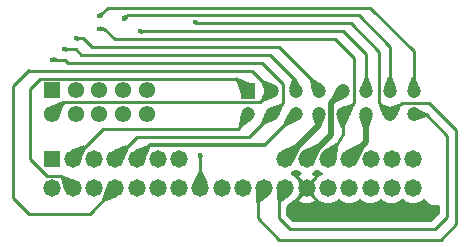
<source format=gbl>
G04 #@! TF.GenerationSoftware,KiCad,Pcbnew,9.0.0*
G04 #@! TF.CreationDate,2025-08-24T13:43:37+02:00*
G04 #@! TF.ProjectId,Rivian-A,52697669-616e-42d4-912e-6b696361645f,rev?*
G04 #@! TF.SameCoordinates,Original*
G04 #@! TF.FileFunction,Copper,L2,Bot*
G04 #@! TF.FilePolarity,Positive*
%FSLAX46Y46*%
G04 Gerber Fmt 4.6, Leading zero omitted, Abs format (unit mm)*
G04 Created by KiCad (PCBNEW 9.0.0) date 2025-08-24 13:43:37*
%MOMM*%
%LPD*%
G01*
G04 APERTURE LIST*
G04 #@! TA.AperFunction,ComponentPad*
%ADD10C,1.200000*%
G04 #@! TD*
G04 #@! TA.AperFunction,ComponentPad*
%ADD11R,1.200000X1.350000*%
G04 #@! TD*
G04 #@! TA.AperFunction,ComponentPad*
%ADD12R,1.478000X1.478000*%
G04 #@! TD*
G04 #@! TA.AperFunction,ComponentPad*
%ADD13C,1.478000*%
G04 #@! TD*
G04 #@! TA.AperFunction,ComponentPad*
%ADD14C,1.381000*%
G04 #@! TD*
G04 #@! TA.AperFunction,ComponentPad*
%ADD15R,1.381000X1.381000*%
G04 #@! TD*
G04 #@! TA.AperFunction,ViaPad*
%ADD16C,0.600000*%
G04 #@! TD*
G04 #@! TA.AperFunction,ViaPad*
%ADD17C,0.450000*%
G04 #@! TD*
G04 #@! TA.AperFunction,Conductor*
%ADD18C,0.500000*%
G04 #@! TD*
G04 #@! TA.AperFunction,Conductor*
%ADD19C,0.250000*%
G04 #@! TD*
G04 #@! TA.AperFunction,Conductor*
%ADD20C,0.300000*%
G04 #@! TD*
G04 APERTURE END LIST*
D10*
X152550000Y-80000000D03*
X152550000Y-78000000D03*
X150550000Y-80000000D03*
X150550000Y-78000000D03*
X148550000Y-80000000D03*
X148550000Y-78000000D03*
X146550000Y-80000000D03*
X146550000Y-78000000D03*
X144550000Y-80000000D03*
X144550000Y-78000000D03*
X142550000Y-80000000D03*
X142550000Y-78000000D03*
X140550000Y-80000000D03*
X140550000Y-78000000D03*
X138550000Y-80000000D03*
D11*
X138550000Y-78000000D03*
D12*
X121900000Y-83750000D03*
D13*
X123700000Y-83750000D03*
X125500000Y-83750000D03*
X127300000Y-83750000D03*
X129100000Y-83750000D03*
X130900000Y-83750000D03*
X132700000Y-83750000D03*
X141700000Y-83750000D03*
X143500000Y-83750000D03*
X145300000Y-83750000D03*
X147100000Y-83750000D03*
X148900000Y-83750000D03*
X150700000Y-83750000D03*
X152500000Y-83750000D03*
X152500000Y-86250000D03*
X150700000Y-86250000D03*
X148900000Y-86250000D03*
X147100000Y-86250000D03*
X145300000Y-86250000D03*
X143500000Y-86250000D03*
X141700000Y-86250000D03*
X139900000Y-86250000D03*
X138100000Y-86250000D03*
X136300000Y-86250000D03*
X134500000Y-86250000D03*
X132700000Y-86250000D03*
X130900000Y-86250000D03*
X129100000Y-86250000D03*
X127300000Y-86250000D03*
X125500000Y-86250000D03*
X123700000Y-86250000D03*
X121900000Y-86250000D03*
D14*
X129950000Y-79950000D03*
X129950000Y-77950000D03*
X127950000Y-79950000D03*
X127950000Y-77950000D03*
X125950000Y-79950000D03*
X125950000Y-77950000D03*
X123950000Y-79950000D03*
X123950000Y-77950000D03*
X121950000Y-79950000D03*
D15*
X121950000Y-77950000D03*
D16*
X145400000Y-88450000D03*
X142600000Y-88450000D03*
D17*
X122950000Y-74500000D03*
X129350000Y-72961167D03*
X134500000Y-83400000D03*
X125950000Y-72750000D03*
X123950000Y-73550000D03*
X134000000Y-72200000D03*
X128000000Y-71900000D03*
X125950000Y-71700000D03*
X121950000Y-75350000D03*
D18*
X145550000Y-79000000D02*
X146550000Y-78000000D01*
X143500000Y-83750000D02*
X145550000Y-81700000D01*
X145550000Y-81700000D02*
X145550000Y-79000000D01*
D19*
X153600000Y-80000000D02*
X152550000Y-80000000D01*
X155400000Y-81800000D02*
X153600000Y-80000000D01*
X155400000Y-88650000D02*
X155400000Y-81800000D01*
X154350000Y-89700000D02*
X155400000Y-88650000D01*
X141150000Y-88800000D02*
X142050000Y-89700000D01*
X141150000Y-86800000D02*
X141150000Y-88800000D01*
X141700000Y-86250000D02*
X141150000Y-86800000D01*
X151526000Y-79024000D02*
X150550000Y-80000000D01*
X153824000Y-79024000D02*
X151526000Y-79024000D01*
X142050000Y-89700000D02*
X154350000Y-89700000D01*
X154850000Y-90600000D02*
X156149000Y-89301000D01*
X156149000Y-81349000D02*
X153824000Y-79024000D01*
X141150000Y-90600000D02*
X154850000Y-90600000D01*
X139350000Y-88800000D02*
X141150000Y-90600000D01*
X139350000Y-86800000D02*
X139350000Y-88800000D01*
X156149000Y-89301000D02*
X156149000Y-81349000D01*
X139900000Y-86250000D02*
X139350000Y-86800000D01*
X125150000Y-88400000D02*
X127300000Y-86250000D01*
X119950000Y-88400000D02*
X125150000Y-88400000D01*
X118600000Y-77600000D02*
X118600000Y-87050000D01*
X118600000Y-87050000D02*
X119950000Y-88400000D01*
X120000000Y-76200000D02*
X118600000Y-77600000D01*
X149599000Y-74674000D02*
X149599000Y-79049000D01*
X147215778Y-72290778D02*
X149599000Y-74674000D01*
X149599000Y-79049000D02*
X150550000Y-80000000D01*
X134000000Y-72290778D02*
X147215778Y-72290778D01*
X123292722Y-75642722D02*
X123000000Y-75350000D01*
X123350000Y-75642722D02*
X123292722Y-75642722D01*
X123000000Y-75350000D02*
X121950000Y-75350000D01*
X123950000Y-74500000D02*
X122950000Y-74500000D01*
X124422333Y-74972333D02*
X123950000Y-74500000D01*
X124600000Y-74972333D02*
X124422333Y-74972333D01*
X124550000Y-73550000D02*
X123950000Y-73550000D01*
X125301944Y-74301944D02*
X124550000Y-73550000D01*
X125500000Y-74301944D02*
X125301944Y-74301944D01*
X126368444Y-72750000D02*
X125950000Y-72750000D01*
X127250000Y-73631556D02*
X126368444Y-72750000D01*
X150550000Y-78000000D02*
X150550000Y-74249998D01*
X150550000Y-74249998D02*
X147920391Y-71620389D01*
X145900000Y-73631556D02*
X127250000Y-73631556D01*
X147501000Y-75232556D02*
X145900000Y-73631556D01*
X146550000Y-80000000D02*
X147501000Y-79049000D01*
X147501000Y-79049000D02*
X147501000Y-75232556D01*
X147920391Y-71620389D02*
X128250000Y-71620389D01*
X126700000Y-70950000D02*
X125950000Y-71700000D01*
X152550000Y-74650000D02*
X148850000Y-70950000D01*
X148850000Y-70950000D02*
X126700000Y-70950000D01*
X152550000Y-78000000D02*
X152550000Y-74650000D01*
X141151944Y-74301944D02*
X125500000Y-74301944D01*
X144550000Y-78000000D02*
X144550000Y-77700000D01*
X144550000Y-77700000D02*
X141151944Y-74301944D01*
X140372333Y-74972333D02*
X124600000Y-74972333D01*
X142550000Y-77150000D02*
X140372333Y-74972333D01*
X142550000Y-78000000D02*
X142550000Y-77150000D01*
X139742722Y-75642722D02*
X123350000Y-75642722D01*
X141501000Y-77401000D02*
X139742722Y-75642722D01*
X141501000Y-79049000D02*
X141501000Y-77401000D01*
X140550000Y-80000000D02*
X141501000Y-79049000D01*
X138863111Y-76313111D02*
X138750000Y-76313111D01*
X140550000Y-78000000D02*
X138863111Y-76313111D01*
X137533500Y-76983500D02*
X120916500Y-76983500D01*
X134500000Y-83400000D02*
X134500000Y-86250000D01*
X145300000Y-83750000D02*
X146550000Y-81650000D01*
X146550000Y-81650000D02*
X146550000Y-80000000D01*
D18*
X147100000Y-83750000D02*
X148550000Y-82300000D01*
X148550000Y-82300000D02*
X148550000Y-80000000D01*
D20*
X130250000Y-82600000D02*
X139950000Y-82600000D01*
X129100000Y-83750000D02*
X130250000Y-82600000D01*
X139950000Y-82600000D02*
X142550000Y-80000000D01*
D19*
X120916500Y-76983500D02*
X120050000Y-77850000D01*
X120050000Y-83805427D02*
X121479573Y-85235000D01*
X122685000Y-85235000D02*
X123700000Y-86250000D01*
X121479573Y-85235000D02*
X122685000Y-85235000D01*
X138550000Y-78000000D02*
X137533500Y-76983500D01*
X120050000Y-77850000D02*
X120050000Y-83805427D01*
X128250000Y-71650000D02*
X128000000Y-71900000D01*
X121950000Y-79950000D02*
X122916500Y-78983500D01*
X139566500Y-78983500D02*
X140550000Y-78000000D01*
X138750000Y-76313111D02*
X120000000Y-76313111D01*
X122916500Y-78983500D02*
X139566500Y-78983500D01*
X125950000Y-71700000D02*
X126000000Y-71650000D01*
D18*
X144550000Y-80900000D02*
X144550000Y-80000000D01*
X144750000Y-80200000D02*
X144550000Y-80000000D01*
X141700000Y-83750000D02*
X144550000Y-80900000D01*
D19*
X123700000Y-83750000D02*
X126250000Y-81200000D01*
X126250000Y-81200000D02*
X137650000Y-81200000D01*
X137650000Y-81200000D02*
X138550000Y-80300000D01*
X138550000Y-80300000D02*
X138550000Y-80000000D01*
X138650000Y-81900000D02*
X140550000Y-80000000D01*
X129150000Y-81900000D02*
X138650000Y-81900000D01*
X127300000Y-83750000D02*
X129150000Y-81900000D01*
X148550000Y-74899998D02*
X148550000Y-78000000D01*
X146611169Y-72961167D02*
X148550000Y-74899998D01*
X129350000Y-72961167D02*
X146611169Y-72961167D01*
G04 #@! TA.AperFunction,Conductor*
G36*
X143057370Y-86433343D02*
G01*
X143119905Y-86541657D01*
X143208343Y-86630095D01*
X143316657Y-86692630D01*
X143391002Y-86712550D01*
X142817749Y-87285802D01*
X142817749Y-87285803D01*
X142850626Y-87309689D01*
X143024388Y-87398226D01*
X143024391Y-87398227D01*
X143209865Y-87458490D01*
X143402490Y-87489000D01*
X143597510Y-87489000D01*
X143790134Y-87458490D01*
X143975608Y-87398227D01*
X143975611Y-87398226D01*
X144149369Y-87309691D01*
X144149382Y-87309683D01*
X144182249Y-87285804D01*
X144182250Y-87285803D01*
X143608997Y-86712550D01*
X143683343Y-86692630D01*
X143791657Y-86630095D01*
X143880095Y-86541657D01*
X143942630Y-86433343D01*
X143962550Y-86358996D01*
X144052596Y-86449042D01*
X144086081Y-86510365D01*
X144087388Y-86517322D01*
X144091019Y-86540248D01*
X144111589Y-86603554D01*
X144151310Y-86725803D01*
X144239884Y-86899640D01*
X144354562Y-87057480D01*
X144492520Y-87195438D01*
X144650360Y-87310116D01*
X144688168Y-87329380D01*
X144824192Y-87398688D01*
X144824194Y-87398688D01*
X144824197Y-87398690D01*
X144894036Y-87421382D01*
X145009749Y-87458980D01*
X145202444Y-87489500D01*
X145202449Y-87489500D01*
X145397556Y-87489500D01*
X145590250Y-87458980D01*
X145621787Y-87448733D01*
X145775803Y-87398690D01*
X145949640Y-87310116D01*
X146107480Y-87195438D01*
X146112319Y-87190599D01*
X146173642Y-87157114D01*
X146243334Y-87162098D01*
X146287681Y-87190599D01*
X146292520Y-87195438D01*
X146450360Y-87310116D01*
X146488168Y-87329380D01*
X146624192Y-87398688D01*
X146624194Y-87398688D01*
X146624197Y-87398690D01*
X146694036Y-87421382D01*
X146809749Y-87458980D01*
X147002444Y-87489500D01*
X147002449Y-87489500D01*
X147197556Y-87489500D01*
X147390250Y-87458980D01*
X147421787Y-87448733D01*
X147575803Y-87398690D01*
X147749640Y-87310116D01*
X147907480Y-87195438D01*
X147912319Y-87190599D01*
X147973642Y-87157114D01*
X148043334Y-87162098D01*
X148087681Y-87190599D01*
X148092520Y-87195438D01*
X148250360Y-87310116D01*
X148288168Y-87329380D01*
X148424192Y-87398688D01*
X148424194Y-87398688D01*
X148424197Y-87398690D01*
X148494036Y-87421382D01*
X148609749Y-87458980D01*
X148802444Y-87489500D01*
X148802449Y-87489500D01*
X148997556Y-87489500D01*
X149190250Y-87458980D01*
X149221787Y-87448733D01*
X149375803Y-87398690D01*
X149549640Y-87310116D01*
X149707480Y-87195438D01*
X149712319Y-87190599D01*
X149773642Y-87157114D01*
X149843334Y-87162098D01*
X149887681Y-87190599D01*
X149892520Y-87195438D01*
X150050360Y-87310116D01*
X150088168Y-87329380D01*
X150224192Y-87398688D01*
X150224194Y-87398688D01*
X150224197Y-87398690D01*
X150294036Y-87421382D01*
X150409749Y-87458980D01*
X150602444Y-87489500D01*
X150602449Y-87489500D01*
X150797556Y-87489500D01*
X150990250Y-87458980D01*
X151021787Y-87448733D01*
X151175803Y-87398690D01*
X151349640Y-87310116D01*
X151507480Y-87195438D01*
X151512319Y-87190599D01*
X151573642Y-87157114D01*
X151643334Y-87162098D01*
X151687681Y-87190599D01*
X151692520Y-87195438D01*
X151850360Y-87310116D01*
X151888168Y-87329380D01*
X152024192Y-87398688D01*
X152024194Y-87398688D01*
X152024197Y-87398690D01*
X152094036Y-87421382D01*
X152209749Y-87458980D01*
X152402444Y-87489500D01*
X152402449Y-87489500D01*
X152597556Y-87489500D01*
X152790250Y-87458980D01*
X152821787Y-87448733D01*
X152975803Y-87398690D01*
X153149640Y-87310116D01*
X153307480Y-87195438D01*
X153338433Y-87164484D01*
X153399752Y-87131001D01*
X153469444Y-87135985D01*
X153525378Y-87177855D01*
X153540672Y-87204712D01*
X153545596Y-87216599D01*
X153545597Y-87216602D01*
X153641843Y-87360644D01*
X153641849Y-87360652D01*
X153764347Y-87483150D01*
X153764355Y-87483156D01*
X153908398Y-87579402D01*
X153908399Y-87579402D01*
X153908400Y-87579403D01*
X154068459Y-87645702D01*
X154238372Y-87679499D01*
X154238376Y-87679500D01*
X154238377Y-87679500D01*
X154411624Y-87679500D01*
X154411625Y-87679499D01*
X154581541Y-87645702D01*
X154603047Y-87636793D01*
X154672514Y-87629324D01*
X154734994Y-87660597D01*
X154770648Y-87720685D01*
X154774500Y-87751354D01*
X154774500Y-88339548D01*
X154754815Y-88406587D01*
X154738181Y-88427229D01*
X154127229Y-89038181D01*
X154065906Y-89071666D01*
X154039548Y-89074500D01*
X142360452Y-89074500D01*
X142293413Y-89054815D01*
X142272771Y-89038181D01*
X141811819Y-88577229D01*
X141778334Y-88515906D01*
X141775500Y-88489548D01*
X141775500Y-87806008D01*
X141795185Y-87738969D01*
X141825489Y-87706518D01*
X142403346Y-87276686D01*
X142435386Y-87250759D01*
X142435394Y-87250748D01*
X142439465Y-87246785D01*
X142439665Y-87246990D01*
X142446395Y-87240270D01*
X142450022Y-87237182D01*
X142507480Y-87195438D01*
X142645438Y-87057480D01*
X142760116Y-86899640D01*
X142848690Y-86725803D01*
X142908980Y-86540250D01*
X142912611Y-86517325D01*
X142942540Y-86454190D01*
X142947403Y-86449041D01*
X143037448Y-86358995D01*
X143057370Y-86433343D01*
G37*
G04 #@! TD.AperFunction*
G04 #@! TA.AperFunction,Conductor*
G36*
X142643334Y-84662098D02*
G01*
X142687681Y-84690599D01*
X142692520Y-84695438D01*
X142810900Y-84781446D01*
X142850361Y-84810117D01*
X143006740Y-84889795D01*
X143057537Y-84937769D01*
X143074332Y-85005590D01*
X143051795Y-85071725D01*
X143006742Y-85110764D01*
X142850623Y-85190312D01*
X142817749Y-85214195D01*
X142817748Y-85214195D01*
X143391003Y-85787449D01*
X143316657Y-85807370D01*
X143208343Y-85869905D01*
X143119905Y-85958343D01*
X143057370Y-86066657D01*
X143037449Y-86141003D01*
X142947402Y-86050956D01*
X142913917Y-85989633D01*
X142912616Y-85982707D01*
X142908980Y-85959750D01*
X142848690Y-85774197D01*
X142848688Y-85774194D01*
X142848688Y-85774192D01*
X142760115Y-85600359D01*
X142751043Y-85587872D01*
X142645438Y-85442520D01*
X142507480Y-85304562D01*
X142349640Y-85189884D01*
X142193809Y-85110484D01*
X142143014Y-85062511D01*
X142126219Y-84994690D01*
X142148756Y-84928555D01*
X142193810Y-84889515D01*
X142349640Y-84810116D01*
X142507480Y-84695438D01*
X142512319Y-84690599D01*
X142573642Y-84657114D01*
X142643334Y-84662098D01*
G37*
G04 #@! TD.AperFunction*
G04 #@! TA.AperFunction,Conductor*
G36*
X144443334Y-84662098D02*
G01*
X144487681Y-84690599D01*
X144492520Y-84695438D01*
X144650360Y-84810116D01*
X144727885Y-84849617D01*
X144806189Y-84889515D01*
X144856985Y-84937490D01*
X144873780Y-85005311D01*
X144851243Y-85071446D01*
X144806189Y-85110485D01*
X144650359Y-85189884D01*
X144562639Y-85253617D01*
X144492520Y-85304562D01*
X144492518Y-85304564D01*
X144492517Y-85304564D01*
X144354564Y-85442517D01*
X144354564Y-85442518D01*
X144354562Y-85442520D01*
X144344146Y-85456857D01*
X144239884Y-85600359D01*
X144151311Y-85774194D01*
X144091019Y-85959751D01*
X144087388Y-85982677D01*
X144057456Y-86045811D01*
X144052597Y-86050956D01*
X143962550Y-86141002D01*
X143942630Y-86066657D01*
X143880095Y-85958343D01*
X143791657Y-85869905D01*
X143683343Y-85807370D01*
X143608997Y-85787449D01*
X144182249Y-85214195D01*
X144182249Y-85214194D01*
X144149378Y-85190313D01*
X143993258Y-85110765D01*
X143942462Y-85062790D01*
X143925667Y-84994969D01*
X143948205Y-84928834D01*
X143993256Y-84889796D01*
X144149640Y-84810116D01*
X144307480Y-84695438D01*
X144312319Y-84690599D01*
X144373642Y-84657114D01*
X144443334Y-84662098D01*
G37*
G04 #@! TD.AperFunction*
G04 #@! TA.AperFunction,Conductor*
G36*
X146060882Y-77673241D02*
G01*
X146061969Y-77673883D01*
X146149089Y-77731889D01*
X146548755Y-77997993D01*
X146552006Y-78001244D01*
X146728555Y-78266406D01*
X146876116Y-78488030D01*
X146877848Y-78496815D01*
X146872861Y-78504253D01*
X146871774Y-78504895D01*
X145894008Y-79013197D01*
X145885087Y-79013973D01*
X145880338Y-79011089D01*
X145538910Y-78669661D01*
X145535483Y-78661388D01*
X145536801Y-78655994D01*
X146045105Y-77678223D01*
X146051961Y-77672465D01*
X146060882Y-77673241D01*
G37*
G04 #@! TD.AperFunction*
G04 #@! TA.AperFunction,Conductor*
G36*
X144364101Y-82543976D02*
G01*
X144706023Y-82885898D01*
X144709450Y-82894171D01*
X144708335Y-82899155D01*
X144120235Y-84148289D01*
X144113611Y-84154314D01*
X144104666Y-84153890D01*
X144103163Y-84153042D01*
X143501243Y-83752006D01*
X143497993Y-83748756D01*
X143096957Y-83146836D01*
X143095222Y-83138051D01*
X143100207Y-83130612D01*
X143101705Y-83129766D01*
X144350845Y-82541663D01*
X144359789Y-82541240D01*
X144364101Y-82543976D01*
G37*
G04 #@! TD.AperFunction*
G04 #@! TA.AperFunction,Conductor*
G36*
X152892770Y-79506426D02*
G01*
X153772867Y-80001960D01*
X153778394Y-80009004D01*
X153777321Y-80017894D01*
X153775399Y-80020427D01*
X153611112Y-80184714D01*
X153607465Y-80187188D01*
X152892282Y-80495033D01*
X152883328Y-80495156D01*
X152877931Y-80490790D01*
X152553646Y-80005804D01*
X152551897Y-79997023D01*
X152553652Y-79992790D01*
X152877316Y-79510104D01*
X152884768Y-79505143D01*
X152892770Y-79506426D01*
G37*
G04 #@! TD.AperFunction*
G04 #@! TA.AperFunction,Conductor*
G36*
X141701102Y-86252273D02*
G01*
X141704346Y-86255515D01*
X141938304Y-86606228D01*
X142104397Y-86855209D01*
X142106137Y-86863993D01*
X142101647Y-86871090D01*
X141278108Y-87483671D01*
X141271125Y-87485983D01*
X141036179Y-87485983D01*
X141027906Y-87482556D01*
X141024491Y-87474816D01*
X140996651Y-86864456D01*
X140975657Y-86404202D01*
X140978703Y-86395783D01*
X140985045Y-86392200D01*
X141692319Y-86250538D01*
X141701102Y-86252273D01*
G37*
G04 #@! TD.AperFunction*
G04 #@! TA.AperFunction,Conductor*
G36*
X151303813Y-79074201D02*
G01*
X151307399Y-79076648D01*
X151473351Y-79242600D01*
X151476778Y-79250873D01*
X151475973Y-79255139D01*
X151142037Y-80107947D01*
X151135829Y-80114401D01*
X151128875Y-80115159D01*
X150556985Y-80002225D01*
X150549533Y-79997261D01*
X150547774Y-79993014D01*
X150527767Y-79891704D01*
X150434840Y-79421122D01*
X150436599Y-79412343D01*
X150442048Y-79407964D01*
X151294861Y-79074026D01*
X151303813Y-79074201D01*
G37*
G04 #@! TD.AperFunction*
G04 #@! TA.AperFunction,Conductor*
G36*
X139901102Y-86252273D02*
G01*
X139904346Y-86255515D01*
X140138304Y-86606228D01*
X140304397Y-86855209D01*
X140306137Y-86863993D01*
X140301647Y-86871090D01*
X139478108Y-87483671D01*
X139471125Y-87485983D01*
X139236179Y-87485983D01*
X139227906Y-87482556D01*
X139224491Y-87474816D01*
X139196651Y-86864456D01*
X139175657Y-86404202D01*
X139178703Y-86395783D01*
X139185045Y-86392200D01*
X139892319Y-86250538D01*
X139901102Y-86252273D01*
G37*
G04 #@! TD.AperFunction*
G04 #@! TA.AperFunction,Conductor*
G36*
X127293020Y-86247773D02*
G01*
X127300470Y-86252739D01*
X127302227Y-86256980D01*
X127442229Y-86964977D01*
X127440472Y-86973758D01*
X127434767Y-86978236D01*
X126360336Y-87370888D01*
X126351389Y-87370509D01*
X126348047Y-87368172D01*
X126181827Y-87201952D01*
X126178400Y-87193679D01*
X126179111Y-87189663D01*
X126521511Y-86252739D01*
X126571763Y-86115231D01*
X126577821Y-86108638D01*
X126585021Y-86107770D01*
X127293020Y-86247773D01*
G37*
G04 #@! TD.AperFunction*
G04 #@! TA.AperFunction,Conductor*
G36*
X149805137Y-79074025D02*
G01*
X150657948Y-79407963D01*
X150664401Y-79414170D01*
X150665159Y-79421124D01*
X150552225Y-79993014D01*
X150547261Y-80000466D01*
X150543014Y-80002225D01*
X149971124Y-80115159D01*
X149962343Y-80113400D01*
X149957963Y-80107949D01*
X149624026Y-79255138D01*
X149624201Y-79246186D01*
X149626645Y-79242603D01*
X149792601Y-79076647D01*
X149800873Y-79073221D01*
X149805137Y-79074025D01*
G37*
G04 #@! TD.AperFunction*
G04 #@! TA.AperFunction,Conductor*
G36*
X134134221Y-72017596D02*
G01*
X134419851Y-72162527D01*
X134425678Y-72169327D01*
X134426257Y-72172961D01*
X134426257Y-72404226D01*
X134422830Y-72412499D01*
X134414707Y-72415925D01*
X134053579Y-72420552D01*
X134045263Y-72417231D01*
X134041964Y-72411185D01*
X133999977Y-72204802D01*
X134001686Y-72196012D01*
X134001685Y-72196012D01*
X134119227Y-72021493D01*
X134126690Y-72016547D01*
X134134221Y-72017596D01*
G37*
G04 #@! TD.AperFunction*
G04 #@! TA.AperFunction,Conductor*
G36*
X122005650Y-75132122D02*
G01*
X122386687Y-75222859D01*
X122393942Y-75228109D01*
X122395677Y-75234241D01*
X122395677Y-75465758D01*
X122392250Y-75474031D01*
X122386687Y-75477140D01*
X122005658Y-75567875D01*
X121996816Y-75566458D01*
X121991566Y-75559203D01*
X121991493Y-75558874D01*
X121949474Y-75352329D01*
X121949474Y-75347668D01*
X121972550Y-75234241D01*
X121991484Y-75141171D01*
X121996490Y-75133750D01*
X122005280Y-75132041D01*
X122005650Y-75132122D01*
G37*
G04 #@! TD.AperFunction*
G04 #@! TA.AperFunction,Conductor*
G36*
X123005650Y-74282122D02*
G01*
X123386687Y-74372859D01*
X123393942Y-74378109D01*
X123395677Y-74384241D01*
X123395677Y-74615758D01*
X123392250Y-74624031D01*
X123386687Y-74627140D01*
X123005658Y-74717875D01*
X122996816Y-74716458D01*
X122991566Y-74709203D01*
X122991493Y-74708874D01*
X122949474Y-74502329D01*
X122949474Y-74497668D01*
X122972550Y-74384241D01*
X122991484Y-74291171D01*
X122996490Y-74283750D01*
X123005280Y-74282041D01*
X123005650Y-74282122D01*
G37*
G04 #@! TD.AperFunction*
G04 #@! TA.AperFunction,Conductor*
G36*
X124005650Y-73332122D02*
G01*
X124386687Y-73422859D01*
X124393942Y-73428109D01*
X124395677Y-73434241D01*
X124395677Y-73665758D01*
X124392250Y-73674031D01*
X124386687Y-73677140D01*
X124005658Y-73767875D01*
X123996816Y-73766458D01*
X123991566Y-73759203D01*
X123991493Y-73758874D01*
X123949474Y-73552329D01*
X123949474Y-73547668D01*
X123972550Y-73434241D01*
X123991484Y-73341171D01*
X123996490Y-73333750D01*
X124005280Y-73332041D01*
X124005650Y-73332122D01*
G37*
G04 #@! TD.AperFunction*
G04 #@! TA.AperFunction,Conductor*
G36*
X126006288Y-72533218D02*
G01*
X126457674Y-72675082D01*
X126464539Y-72680832D01*
X126465328Y-72689752D01*
X126462439Y-72694517D01*
X126301124Y-72855832D01*
X126296912Y-72858532D01*
X126006724Y-72965928D01*
X125997776Y-72965585D01*
X125991690Y-72959016D01*
X125991193Y-72957266D01*
X125949760Y-72751611D01*
X125949763Y-72746975D01*
X125991313Y-72542054D01*
X125996316Y-72534628D01*
X126005105Y-72532913D01*
X126006288Y-72533218D01*
G37*
G04 #@! TD.AperFunction*
G04 #@! TA.AperFunction,Conductor*
G36*
X150675619Y-76814956D02*
G01*
X150678066Y-76818542D01*
X151044963Y-77657696D01*
X151045138Y-77666649D01*
X151040757Y-77672102D01*
X150556514Y-77996634D01*
X150547733Y-77998393D01*
X150543486Y-77996634D01*
X150059242Y-77672102D01*
X150054278Y-77664650D01*
X150055036Y-77657696D01*
X150421934Y-76818542D01*
X150428388Y-76812334D01*
X150432654Y-76811529D01*
X150667346Y-76811529D01*
X150675619Y-76814956D01*
G37*
G04 #@! TD.AperFunction*
G04 #@! TA.AperFunction,Conductor*
G36*
X147303813Y-79074201D02*
G01*
X147307399Y-79076648D01*
X147473351Y-79242600D01*
X147476778Y-79250873D01*
X147475973Y-79255139D01*
X147142037Y-80107947D01*
X147135829Y-80114401D01*
X147128875Y-80115159D01*
X146556985Y-80002225D01*
X146549533Y-79997261D01*
X146547774Y-79993014D01*
X146527767Y-79891704D01*
X146434840Y-79421122D01*
X146436599Y-79412343D01*
X146442048Y-79407964D01*
X147294861Y-79074026D01*
X147303813Y-79074201D01*
G37*
G04 #@! TD.AperFunction*
G04 #@! TA.AperFunction,Conductor*
G36*
X126183286Y-71303005D02*
G01*
X126346994Y-71466713D01*
X126350421Y-71474986D01*
X126348686Y-71481118D01*
X126143418Y-71814703D01*
X126136163Y-71819953D01*
X126127321Y-71818536D01*
X126126995Y-71818327D01*
X125951277Y-71702020D01*
X125947979Y-71698722D01*
X125831672Y-71523004D01*
X125829963Y-71514213D01*
X125834970Y-71506790D01*
X125835271Y-71506596D01*
X126168883Y-71301312D01*
X126177723Y-71299896D01*
X126183286Y-71303005D01*
G37*
G04 #@! TD.AperFunction*
G04 #@! TA.AperFunction,Conductor*
G36*
X152675619Y-76814956D02*
G01*
X152678066Y-76818542D01*
X153044963Y-77657696D01*
X153045138Y-77666649D01*
X153040757Y-77672102D01*
X152556514Y-77996634D01*
X152547733Y-77998393D01*
X152543486Y-77996634D01*
X152059242Y-77672102D01*
X152054278Y-77664650D01*
X152055036Y-77657696D01*
X152421934Y-76818542D01*
X152428388Y-76812334D01*
X152432654Y-76811529D01*
X152667346Y-76811529D01*
X152675619Y-76814956D01*
G37*
G04 #@! TD.AperFunction*
G04 #@! TA.AperFunction,Conductor*
G36*
X143983714Y-76953861D02*
G01*
X144872928Y-77494783D01*
X144878215Y-77502011D01*
X144876843Y-77510860D01*
X144876586Y-77511263D01*
X144553404Y-77996655D01*
X144545966Y-78001642D01*
X144545932Y-78001649D01*
X143973387Y-78114712D01*
X143964606Y-78112953D01*
X143959642Y-78105501D01*
X143959574Y-78105126D01*
X143862181Y-77510860D01*
X143800054Y-77131781D01*
X143802098Y-77123064D01*
X143803321Y-77121623D01*
X143969361Y-76955583D01*
X143977633Y-76952157D01*
X143983714Y-76953861D01*
G37*
G04 #@! TD.AperFunction*
G04 #@! TA.AperFunction,Conductor*
G36*
X142406179Y-76831697D02*
G01*
X142407178Y-76832834D01*
X143041264Y-77656759D01*
X143043594Y-77665406D01*
X143039128Y-77673167D01*
X143038508Y-77673613D01*
X142554746Y-77997998D01*
X142545966Y-77999759D01*
X142545937Y-77999753D01*
X141974079Y-77885454D01*
X141966638Y-77880472D01*
X141964899Y-77871688D01*
X141965150Y-77870671D01*
X142221434Y-77001910D01*
X142224381Y-76996949D01*
X142389634Y-76831696D01*
X142397906Y-76828270D01*
X142406179Y-76831697D01*
G37*
G04 #@! TD.AperFunction*
G04 #@! TA.AperFunction,Conductor*
G36*
X141303813Y-79074201D02*
G01*
X141307399Y-79076648D01*
X141473351Y-79242600D01*
X141476778Y-79250873D01*
X141475973Y-79255139D01*
X141142037Y-80107947D01*
X141135829Y-80114401D01*
X141128875Y-80115159D01*
X140556985Y-80002225D01*
X140549533Y-79997261D01*
X140547774Y-79993014D01*
X140527767Y-79891704D01*
X140434840Y-79421122D01*
X140436599Y-79412343D01*
X140442048Y-79407964D01*
X141294861Y-79074026D01*
X141303813Y-79074201D01*
G37*
G04 #@! TD.AperFunction*
G04 #@! TA.AperFunction,Conductor*
G36*
X139805137Y-77074025D02*
G01*
X140657948Y-77407963D01*
X140664401Y-77414170D01*
X140665159Y-77421124D01*
X140552225Y-77993014D01*
X140547261Y-78000466D01*
X140543014Y-78002225D01*
X139971124Y-78115159D01*
X139962343Y-78113400D01*
X139957963Y-78107949D01*
X139624026Y-77255138D01*
X139624201Y-77246186D01*
X139626645Y-77242603D01*
X139792601Y-77076647D01*
X139800873Y-77073221D01*
X139805137Y-77074025D01*
G37*
G04 #@! TD.AperFunction*
G04 #@! TA.AperFunction,Conductor*
G36*
X134625809Y-84789627D02*
G01*
X134628146Y-84792969D01*
X135110236Y-85830353D01*
X135110615Y-85839300D01*
X135106137Y-85845005D01*
X134506511Y-86246638D01*
X134497730Y-86248395D01*
X134493489Y-86246638D01*
X133893862Y-85845005D01*
X133888895Y-85837554D01*
X133889762Y-85830356D01*
X134371854Y-84792968D01*
X134378448Y-84786911D01*
X134382464Y-84786200D01*
X134617536Y-84786200D01*
X134625809Y-84789627D01*
G37*
G04 #@! TD.AperFunction*
G04 #@! TA.AperFunction,Conductor*
G36*
X134708826Y-83441484D02*
G01*
X134716249Y-83446490D01*
X134717958Y-83455280D01*
X134717875Y-83455658D01*
X134627141Y-83836687D01*
X134621891Y-83843942D01*
X134615759Y-83845677D01*
X134384241Y-83845677D01*
X134375968Y-83842250D01*
X134372859Y-83836687D01*
X134282124Y-83455658D01*
X134283541Y-83446816D01*
X134290796Y-83441566D01*
X134291111Y-83441496D01*
X134497670Y-83399474D01*
X134502330Y-83399474D01*
X134708826Y-83441484D01*
G37*
G04 #@! TD.AperFunction*
G04 #@! TA.AperFunction,Conductor*
G36*
X145951569Y-82425498D02*
G01*
X146153607Y-82545759D01*
X146158964Y-82552934D01*
X146159264Y-82556983D01*
X146026087Y-83881371D01*
X146021850Y-83889259D01*
X146013275Y-83891841D01*
X146012178Y-83891678D01*
X145304259Y-83751801D01*
X145296808Y-83746837D01*
X144895877Y-83145213D01*
X144894142Y-83136429D01*
X144899060Y-83129035D01*
X145939033Y-82425859D01*
X145947805Y-82424064D01*
X145951569Y-82425498D01*
G37*
G04 #@! TD.AperFunction*
G04 #@! TA.AperFunction,Conductor*
G36*
X146556511Y-80003364D02*
G01*
X146900053Y-80233599D01*
X147040757Y-80327897D01*
X147045721Y-80335349D01*
X147044963Y-80342303D01*
X146678066Y-81181458D01*
X146671612Y-81187666D01*
X146667346Y-81188471D01*
X146432654Y-81188471D01*
X146424381Y-81185044D01*
X146421934Y-81181458D01*
X146055036Y-80342303D01*
X146054861Y-80333350D01*
X146059241Y-80327897D01*
X146543487Y-80003364D01*
X146552267Y-80001606D01*
X146556511Y-80003364D01*
G37*
G04 #@! TD.AperFunction*
G04 #@! TA.AperFunction,Conductor*
G36*
X147964101Y-82543976D02*
G01*
X148306023Y-82885898D01*
X148309450Y-82894171D01*
X148308335Y-82899155D01*
X147720235Y-84148289D01*
X147713611Y-84154314D01*
X147704666Y-84153890D01*
X147703163Y-84153042D01*
X147101243Y-83752006D01*
X147097993Y-83748756D01*
X146696957Y-83146836D01*
X146695222Y-83138051D01*
X146700207Y-83130612D01*
X146701705Y-83129766D01*
X147950845Y-82541663D01*
X147959789Y-82541240D01*
X147964101Y-82543976D01*
G37*
G04 #@! TD.AperFunction*
G04 #@! TA.AperFunction,Conductor*
G36*
X149125689Y-80114489D02*
G01*
X149133126Y-80119476D01*
X149134858Y-80128261D01*
X149134544Y-80129484D01*
X148802583Y-81180295D01*
X148796823Y-81187152D01*
X148791426Y-81188471D01*
X148308574Y-81188471D01*
X148300301Y-81185044D01*
X148297417Y-81180295D01*
X147965455Y-80129482D01*
X147966231Y-80120563D01*
X147973088Y-80114803D01*
X147974297Y-80114492D01*
X148547702Y-79999461D01*
X148552298Y-79999461D01*
X149125689Y-80114489D01*
G37*
G04 #@! TD.AperFunction*
G04 #@! TA.AperFunction,Conductor*
G36*
X130030837Y-82611833D02*
G01*
X130034389Y-82614265D01*
X130235734Y-82815610D01*
X130239161Y-82823883D01*
X130238369Y-82828115D01*
X129828349Y-83885022D01*
X129822162Y-83891495D01*
X129815171Y-83892268D01*
X129106980Y-83752227D01*
X129099529Y-83747260D01*
X129097773Y-83743022D01*
X128957731Y-83034825D01*
X128959488Y-83026047D01*
X128964975Y-83021651D01*
X130021886Y-82611630D01*
X130030837Y-82611833D01*
G37*
G04 #@! TD.AperFunction*
G04 #@! TA.AperFunction,Conductor*
G36*
X142060952Y-79673460D02*
G01*
X142062910Y-79674509D01*
X142548755Y-79997993D01*
X142552006Y-80001244D01*
X142866370Y-80473392D01*
X142875488Y-80487086D01*
X142877220Y-80495871D01*
X142872233Y-80503309D01*
X142870272Y-80504360D01*
X141822932Y-80943405D01*
X141813978Y-80943443D01*
X141810136Y-80940888D01*
X141609111Y-80739863D01*
X141605684Y-80731590D01*
X141606594Y-80727067D01*
X141699953Y-80504360D01*
X142045639Y-79679726D01*
X142051998Y-79673422D01*
X142060952Y-79673460D01*
G37*
G04 #@! TD.AperFunction*
G04 #@! TA.AperFunction,Conductor*
G36*
X122672184Y-85115439D02*
G01*
X123371671Y-85360000D01*
X123834587Y-85521849D01*
X123841266Y-85527814D01*
X123842204Y-85535160D01*
X123702517Y-86242316D01*
X123697552Y-86249769D01*
X123693319Y-86251525D01*
X122985554Y-86392115D01*
X122976771Y-86390365D01*
X122972092Y-86384083D01*
X122657145Y-85361681D01*
X122656627Y-85358237D01*
X122656627Y-85126484D01*
X122660054Y-85118211D01*
X122668327Y-85114784D01*
X122672184Y-85115439D01*
G37*
G04 #@! TD.AperFunction*
G04 #@! TA.AperFunction,Conductor*
G36*
X137538460Y-76864701D02*
G01*
X138711954Y-77321252D01*
X138718421Y-77327444D01*
X138719054Y-77335022D01*
X138552437Y-77994312D01*
X138547088Y-78001493D01*
X138545581Y-78002250D01*
X137961191Y-78244951D01*
X137952237Y-78244960D01*
X137945899Y-78238633D01*
X137945748Y-78238250D01*
X137523264Y-77110485D01*
X137522520Y-77106381D01*
X137522520Y-76875606D01*
X137525947Y-76867333D01*
X137534220Y-76863906D01*
X137538460Y-76864701D01*
G37*
G04 #@! TD.AperFunction*
G04 #@! TA.AperFunction,Conductor*
G36*
X128167714Y-71567715D02*
G01*
X128332284Y-71732285D01*
X128335711Y-71740558D01*
X128334358Y-71746020D01*
X128193112Y-72013578D01*
X128186219Y-72019295D01*
X128177303Y-72018463D01*
X128176307Y-72017872D01*
X128001277Y-71902020D01*
X127997979Y-71898722D01*
X127887815Y-71732285D01*
X127882126Y-71723690D01*
X127880418Y-71714901D01*
X127885425Y-71707478D01*
X127886403Y-71706897D01*
X128153979Y-71565640D01*
X128162895Y-71564809D01*
X128167714Y-71567715D01*
G37*
G04 #@! TD.AperFunction*
G04 #@! TA.AperFunction,Conductor*
G36*
X122910529Y-78864742D02*
G01*
X122916648Y-78871280D01*
X122917396Y-78875397D01*
X122917396Y-79106797D01*
X122916911Y-79110131D01*
X122630269Y-80074491D01*
X122624627Y-80081444D01*
X122616775Y-80082633D01*
X121956681Y-79951525D01*
X121949234Y-79946552D01*
X121947483Y-79942318D01*
X121817210Y-79282494D01*
X121818969Y-79273717D01*
X121824570Y-79269279D01*
X122901580Y-78864445D01*
X122910529Y-78864742D01*
G37*
G04 #@! TD.AperFunction*
G04 #@! TA.AperFunction,Conductor*
G36*
X140441704Y-77977767D02*
G01*
X140543014Y-77997774D01*
X140550466Y-78002738D01*
X140552225Y-78006985D01*
X140665159Y-78578875D01*
X140663400Y-78587656D01*
X140657947Y-78592037D01*
X139805139Y-78925973D01*
X139796186Y-78925798D01*
X139792600Y-78923351D01*
X139626648Y-78757399D01*
X139623221Y-78749126D01*
X139624025Y-78744863D01*
X139957964Y-77892049D01*
X139964170Y-77885598D01*
X139971121Y-77884840D01*
X140441704Y-77977767D01*
G37*
G04 #@! TD.AperFunction*
G04 #@! TA.AperFunction,Conductor*
G36*
X144554721Y-80001985D02*
G01*
X144554735Y-80001994D01*
X144744161Y-80129013D01*
X145039945Y-80327349D01*
X145044908Y-80334803D01*
X145043658Y-80342747D01*
X144530328Y-81267192D01*
X144523316Y-81272761D01*
X144514419Y-81271741D01*
X144511826Y-81269785D01*
X144171508Y-80929467D01*
X144168448Y-80924100D01*
X144019394Y-80342747D01*
X143964595Y-80129012D01*
X143965859Y-80120148D01*
X143973022Y-80114774D01*
X143973623Y-80114636D01*
X144545937Y-80000246D01*
X144554721Y-80001985D01*
G37*
G04 #@! TD.AperFunction*
G04 #@! TA.AperFunction,Conductor*
G36*
X142564101Y-82543976D02*
G01*
X142906023Y-82885898D01*
X142909450Y-82894171D01*
X142908335Y-82899155D01*
X142320235Y-84148289D01*
X142313611Y-84154314D01*
X142304666Y-84153890D01*
X142303163Y-84153042D01*
X141701243Y-83752006D01*
X141697993Y-83748756D01*
X141296957Y-83146836D01*
X141295222Y-83138051D01*
X141300207Y-83130612D01*
X141301705Y-83129766D01*
X142550845Y-82541663D01*
X142559789Y-82541240D01*
X142564101Y-82543976D01*
G37*
G04 #@! TD.AperFunction*
G04 #@! TA.AperFunction,Conductor*
G36*
X124648610Y-82629490D02*
G01*
X124651952Y-82631827D01*
X124818172Y-82798047D01*
X124821599Y-82806320D01*
X124820888Y-82810336D01*
X124428236Y-83884767D01*
X124422178Y-83891361D01*
X124414977Y-83892229D01*
X123706980Y-83752227D01*
X123699529Y-83747260D01*
X123697773Y-83743022D01*
X123557770Y-83035021D01*
X123559527Y-83026241D01*
X123565231Y-83021763D01*
X124639663Y-82629111D01*
X124648610Y-82629490D01*
G37*
G04 #@! TD.AperFunction*
G04 #@! TA.AperFunction,Conductor*
G36*
X137973347Y-79885279D02*
G01*
X138545932Y-79998350D01*
X138553384Y-80003314D01*
X138553404Y-80003344D01*
X138876586Y-80488736D01*
X138878318Y-80497521D01*
X138873331Y-80504959D01*
X138872928Y-80505216D01*
X137983714Y-81046138D01*
X137974865Y-81047510D01*
X137969360Y-81044415D01*
X137803327Y-80878382D01*
X137799900Y-80870109D01*
X137800053Y-80868223D01*
X137959574Y-79894872D01*
X137964294Y-79887263D01*
X137973012Y-79885219D01*
X137973347Y-79885279D01*
G37*
G04 #@! TD.AperFunction*
G04 #@! TA.AperFunction,Conductor*
G36*
X140441704Y-79977767D02*
G01*
X140543014Y-79997774D01*
X140550466Y-80002738D01*
X140552225Y-80006985D01*
X140665159Y-80578875D01*
X140663400Y-80587656D01*
X140657947Y-80592037D01*
X139805139Y-80925973D01*
X139796186Y-80925798D01*
X139792600Y-80923351D01*
X139626648Y-80757399D01*
X139623221Y-80749126D01*
X139624025Y-80744863D01*
X139957964Y-79892049D01*
X139964170Y-79885598D01*
X139971121Y-79884840D01*
X140441704Y-79977767D01*
G37*
G04 #@! TD.AperFunction*
G04 #@! TA.AperFunction,Conductor*
G36*
X128248610Y-82629490D02*
G01*
X128251952Y-82631827D01*
X128418172Y-82798047D01*
X128421599Y-82806320D01*
X128420888Y-82810336D01*
X128028236Y-83884767D01*
X128022178Y-83891361D01*
X128014977Y-83892229D01*
X127306980Y-83752227D01*
X127299529Y-83747260D01*
X127297773Y-83743022D01*
X127157770Y-83035021D01*
X127159527Y-83026241D01*
X127165231Y-83021763D01*
X128239663Y-82629111D01*
X128248610Y-82629490D01*
G37*
G04 #@! TD.AperFunction*
G04 #@! TA.AperFunction,Conductor*
G36*
X148675619Y-76814956D02*
G01*
X148678066Y-76818542D01*
X149044963Y-77657696D01*
X149045138Y-77666649D01*
X149040757Y-77672102D01*
X148556514Y-77996634D01*
X148547733Y-77998393D01*
X148543486Y-77996634D01*
X148059242Y-77672102D01*
X148054278Y-77664650D01*
X148055036Y-77657696D01*
X148421934Y-76818542D01*
X148428388Y-76812334D01*
X148432654Y-76811529D01*
X148667346Y-76811529D01*
X148675619Y-76814956D01*
G37*
G04 #@! TD.AperFunction*
G04 #@! TA.AperFunction,Conductor*
G36*
X129405650Y-72743289D02*
G01*
X129786687Y-72834026D01*
X129793942Y-72839276D01*
X129795677Y-72845408D01*
X129795677Y-73076925D01*
X129792250Y-73085198D01*
X129786687Y-73088307D01*
X129405658Y-73179042D01*
X129396816Y-73177625D01*
X129391566Y-73170370D01*
X129391493Y-73170041D01*
X129349474Y-72963496D01*
X129349474Y-72958835D01*
X129372550Y-72845408D01*
X129391484Y-72752338D01*
X129396490Y-72744917D01*
X129405280Y-72743208D01*
X129405650Y-72743289D01*
G37*
G04 #@! TD.AperFunction*
M02*

</source>
